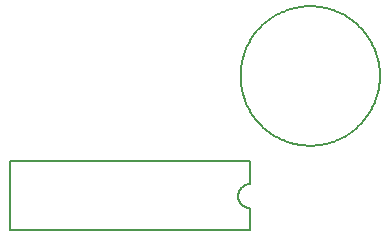
<source format=gbo>
G75*
%MOIN*%
%OFA0B0*%
%FSLAX25Y25*%
%IPPOS*%
%LPD*%
%AMOC8*
5,1,8,0,0,1.08239X$1,22.5*
%
%ADD10C,0.00600*%
%ADD11C,0.00800*%
D10*
X0092200Y0135700D02*
X0092200Y0158700D01*
X0172200Y0158700D01*
X0172200Y0151200D01*
X0172074Y0151198D01*
X0171949Y0151192D01*
X0171824Y0151182D01*
X0171699Y0151168D01*
X0171574Y0151151D01*
X0171450Y0151129D01*
X0171327Y0151104D01*
X0171205Y0151074D01*
X0171084Y0151041D01*
X0170964Y0151004D01*
X0170845Y0150964D01*
X0170728Y0150919D01*
X0170611Y0150871D01*
X0170497Y0150819D01*
X0170384Y0150764D01*
X0170273Y0150705D01*
X0170164Y0150643D01*
X0170057Y0150577D01*
X0169952Y0150508D01*
X0169849Y0150436D01*
X0169748Y0150361D01*
X0169650Y0150282D01*
X0169555Y0150200D01*
X0169462Y0150116D01*
X0169372Y0150028D01*
X0169284Y0149938D01*
X0169200Y0149845D01*
X0169118Y0149750D01*
X0169039Y0149652D01*
X0168964Y0149551D01*
X0168892Y0149448D01*
X0168823Y0149343D01*
X0168757Y0149236D01*
X0168695Y0149127D01*
X0168636Y0149016D01*
X0168581Y0148903D01*
X0168529Y0148789D01*
X0168481Y0148672D01*
X0168436Y0148555D01*
X0168396Y0148436D01*
X0168359Y0148316D01*
X0168326Y0148195D01*
X0168296Y0148073D01*
X0168271Y0147950D01*
X0168249Y0147826D01*
X0168232Y0147701D01*
X0168218Y0147576D01*
X0168208Y0147451D01*
X0168202Y0147326D01*
X0168200Y0147200D01*
X0168202Y0147074D01*
X0168208Y0146949D01*
X0168218Y0146824D01*
X0168232Y0146699D01*
X0168249Y0146574D01*
X0168271Y0146450D01*
X0168296Y0146327D01*
X0168326Y0146205D01*
X0168359Y0146084D01*
X0168396Y0145964D01*
X0168436Y0145845D01*
X0168481Y0145728D01*
X0168529Y0145611D01*
X0168581Y0145497D01*
X0168636Y0145384D01*
X0168695Y0145273D01*
X0168757Y0145164D01*
X0168823Y0145057D01*
X0168892Y0144952D01*
X0168964Y0144849D01*
X0169039Y0144748D01*
X0169118Y0144650D01*
X0169200Y0144555D01*
X0169284Y0144462D01*
X0169372Y0144372D01*
X0169462Y0144284D01*
X0169555Y0144200D01*
X0169650Y0144118D01*
X0169748Y0144039D01*
X0169849Y0143964D01*
X0169952Y0143892D01*
X0170057Y0143823D01*
X0170164Y0143757D01*
X0170273Y0143695D01*
X0170384Y0143636D01*
X0170497Y0143581D01*
X0170611Y0143529D01*
X0170728Y0143481D01*
X0170845Y0143436D01*
X0170964Y0143396D01*
X0171084Y0143359D01*
X0171205Y0143326D01*
X0171327Y0143296D01*
X0171450Y0143271D01*
X0171574Y0143249D01*
X0171699Y0143232D01*
X0171824Y0143218D01*
X0171949Y0143208D01*
X0172074Y0143202D01*
X0172200Y0143200D01*
X0172200Y0135700D01*
X0092200Y0135700D01*
D11*
X0168972Y0187200D02*
X0168979Y0187770D01*
X0169000Y0188340D01*
X0169035Y0188909D01*
X0169084Y0189477D01*
X0169147Y0190043D01*
X0169223Y0190608D01*
X0169314Y0191171D01*
X0169418Y0191732D01*
X0169536Y0192289D01*
X0169668Y0192844D01*
X0169813Y0193395D01*
X0169972Y0193943D01*
X0170144Y0194486D01*
X0170330Y0195025D01*
X0170528Y0195560D01*
X0170740Y0196089D01*
X0170965Y0196613D01*
X0171202Y0197131D01*
X0171452Y0197644D01*
X0171715Y0198150D01*
X0171990Y0198649D01*
X0172277Y0199142D01*
X0172576Y0199627D01*
X0172887Y0200105D01*
X0173209Y0200575D01*
X0173543Y0201037D01*
X0173888Y0201491D01*
X0174245Y0201936D01*
X0174612Y0202372D01*
X0174989Y0202799D01*
X0175377Y0203217D01*
X0175775Y0203625D01*
X0176183Y0204023D01*
X0176601Y0204411D01*
X0177028Y0204788D01*
X0177464Y0205155D01*
X0177909Y0205512D01*
X0178363Y0205857D01*
X0178825Y0206191D01*
X0179295Y0206513D01*
X0179773Y0206824D01*
X0180258Y0207123D01*
X0180751Y0207410D01*
X0181250Y0207685D01*
X0181756Y0207948D01*
X0182269Y0208198D01*
X0182787Y0208435D01*
X0183311Y0208660D01*
X0183840Y0208872D01*
X0184375Y0209070D01*
X0184914Y0209256D01*
X0185457Y0209428D01*
X0186005Y0209587D01*
X0186556Y0209732D01*
X0187111Y0209864D01*
X0187668Y0209982D01*
X0188229Y0210086D01*
X0188792Y0210177D01*
X0189357Y0210253D01*
X0189923Y0210316D01*
X0190491Y0210365D01*
X0191060Y0210400D01*
X0191630Y0210421D01*
X0192200Y0210428D01*
X0192770Y0210421D01*
X0193340Y0210400D01*
X0193909Y0210365D01*
X0194477Y0210316D01*
X0195043Y0210253D01*
X0195608Y0210177D01*
X0196171Y0210086D01*
X0196732Y0209982D01*
X0197289Y0209864D01*
X0197844Y0209732D01*
X0198395Y0209587D01*
X0198943Y0209428D01*
X0199486Y0209256D01*
X0200025Y0209070D01*
X0200560Y0208872D01*
X0201089Y0208660D01*
X0201613Y0208435D01*
X0202131Y0208198D01*
X0202644Y0207948D01*
X0203150Y0207685D01*
X0203649Y0207410D01*
X0204142Y0207123D01*
X0204627Y0206824D01*
X0205105Y0206513D01*
X0205575Y0206191D01*
X0206037Y0205857D01*
X0206491Y0205512D01*
X0206936Y0205155D01*
X0207372Y0204788D01*
X0207799Y0204411D01*
X0208217Y0204023D01*
X0208625Y0203625D01*
X0209023Y0203217D01*
X0209411Y0202799D01*
X0209788Y0202372D01*
X0210155Y0201936D01*
X0210512Y0201491D01*
X0210857Y0201037D01*
X0211191Y0200575D01*
X0211513Y0200105D01*
X0211824Y0199627D01*
X0212123Y0199142D01*
X0212410Y0198649D01*
X0212685Y0198150D01*
X0212948Y0197644D01*
X0213198Y0197131D01*
X0213435Y0196613D01*
X0213660Y0196089D01*
X0213872Y0195560D01*
X0214070Y0195025D01*
X0214256Y0194486D01*
X0214428Y0193943D01*
X0214587Y0193395D01*
X0214732Y0192844D01*
X0214864Y0192289D01*
X0214982Y0191732D01*
X0215086Y0191171D01*
X0215177Y0190608D01*
X0215253Y0190043D01*
X0215316Y0189477D01*
X0215365Y0188909D01*
X0215400Y0188340D01*
X0215421Y0187770D01*
X0215428Y0187200D01*
X0215421Y0186630D01*
X0215400Y0186060D01*
X0215365Y0185491D01*
X0215316Y0184923D01*
X0215253Y0184357D01*
X0215177Y0183792D01*
X0215086Y0183229D01*
X0214982Y0182668D01*
X0214864Y0182111D01*
X0214732Y0181556D01*
X0214587Y0181005D01*
X0214428Y0180457D01*
X0214256Y0179914D01*
X0214070Y0179375D01*
X0213872Y0178840D01*
X0213660Y0178311D01*
X0213435Y0177787D01*
X0213198Y0177269D01*
X0212948Y0176756D01*
X0212685Y0176250D01*
X0212410Y0175751D01*
X0212123Y0175258D01*
X0211824Y0174773D01*
X0211513Y0174295D01*
X0211191Y0173825D01*
X0210857Y0173363D01*
X0210512Y0172909D01*
X0210155Y0172464D01*
X0209788Y0172028D01*
X0209411Y0171601D01*
X0209023Y0171183D01*
X0208625Y0170775D01*
X0208217Y0170377D01*
X0207799Y0169989D01*
X0207372Y0169612D01*
X0206936Y0169245D01*
X0206491Y0168888D01*
X0206037Y0168543D01*
X0205575Y0168209D01*
X0205105Y0167887D01*
X0204627Y0167576D01*
X0204142Y0167277D01*
X0203649Y0166990D01*
X0203150Y0166715D01*
X0202644Y0166452D01*
X0202131Y0166202D01*
X0201613Y0165965D01*
X0201089Y0165740D01*
X0200560Y0165528D01*
X0200025Y0165330D01*
X0199486Y0165144D01*
X0198943Y0164972D01*
X0198395Y0164813D01*
X0197844Y0164668D01*
X0197289Y0164536D01*
X0196732Y0164418D01*
X0196171Y0164314D01*
X0195608Y0164223D01*
X0195043Y0164147D01*
X0194477Y0164084D01*
X0193909Y0164035D01*
X0193340Y0164000D01*
X0192770Y0163979D01*
X0192200Y0163972D01*
X0191630Y0163979D01*
X0191060Y0164000D01*
X0190491Y0164035D01*
X0189923Y0164084D01*
X0189357Y0164147D01*
X0188792Y0164223D01*
X0188229Y0164314D01*
X0187668Y0164418D01*
X0187111Y0164536D01*
X0186556Y0164668D01*
X0186005Y0164813D01*
X0185457Y0164972D01*
X0184914Y0165144D01*
X0184375Y0165330D01*
X0183840Y0165528D01*
X0183311Y0165740D01*
X0182787Y0165965D01*
X0182269Y0166202D01*
X0181756Y0166452D01*
X0181250Y0166715D01*
X0180751Y0166990D01*
X0180258Y0167277D01*
X0179773Y0167576D01*
X0179295Y0167887D01*
X0178825Y0168209D01*
X0178363Y0168543D01*
X0177909Y0168888D01*
X0177464Y0169245D01*
X0177028Y0169612D01*
X0176601Y0169989D01*
X0176183Y0170377D01*
X0175775Y0170775D01*
X0175377Y0171183D01*
X0174989Y0171601D01*
X0174612Y0172028D01*
X0174245Y0172464D01*
X0173888Y0172909D01*
X0173543Y0173363D01*
X0173209Y0173825D01*
X0172887Y0174295D01*
X0172576Y0174773D01*
X0172277Y0175258D01*
X0171990Y0175751D01*
X0171715Y0176250D01*
X0171452Y0176756D01*
X0171202Y0177269D01*
X0170965Y0177787D01*
X0170740Y0178311D01*
X0170528Y0178840D01*
X0170330Y0179375D01*
X0170144Y0179914D01*
X0169972Y0180457D01*
X0169813Y0181005D01*
X0169668Y0181556D01*
X0169536Y0182111D01*
X0169418Y0182668D01*
X0169314Y0183229D01*
X0169223Y0183792D01*
X0169147Y0184357D01*
X0169084Y0184923D01*
X0169035Y0185491D01*
X0169000Y0186060D01*
X0168979Y0186630D01*
X0168972Y0187200D01*
M02*

</source>
